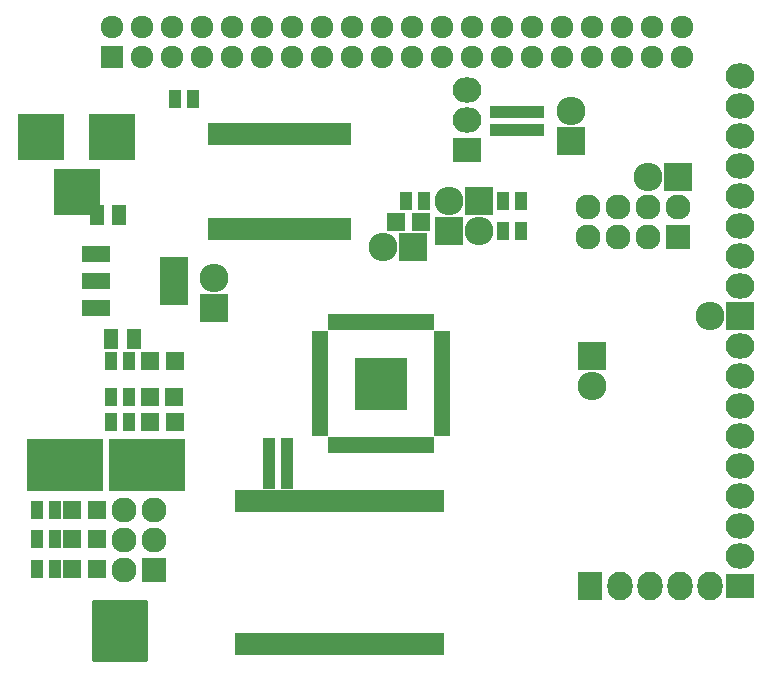
<source format=gts>
G04 #@! TF.FileFunction,Soldermask,Top*
%FSLAX46Y46*%
G04 Gerber Fmt 4.6, Leading zero omitted, Abs format (unit mm)*
G04 Created by KiCad (PCBNEW 0.201506030104+5696~23~ubuntu14.04.1-product) date Fri 05 Jun 2015 04:35:16 PM AEST*
%MOMM*%
G01*
G04 APERTURE LIST*
%ADD10C,0.100000*%
%ADD11R,1.924000X1.924000*%
%ADD12C,1.924000*%
%ADD13R,6.400000X4.400000*%
%ADD14R,0.819100X1.900000*%
%ADD15R,1.598880X1.598880*%
%ADD16R,2.432000X2.432000*%
%ADD17O,2.432000X2.432000*%
%ADD18R,2.432000X2.127200*%
%ADD19O,2.432000X2.127200*%
%ADD20R,2.127200X2.127200*%
%ADD21O,2.127200X2.127200*%
%ADD22R,0.699720X1.901140*%
%ADD23R,2.127200X2.432000*%
%ADD24O,2.127200X2.432000*%
%ADD25R,1.035000X1.543000*%
%ADD26R,1.289000X1.797000*%
%ADD27R,3.900120X3.900120*%
%ADD28R,2.432000X4.057600*%
%ADD29R,2.432000X1.416000*%
%ADD30R,1.543000X1.035000*%
%ADD31R,1.400000X0.598120*%
%ADD32R,1.400000X0.600660*%
%ADD33R,0.598120X1.400000*%
%ADD34R,0.600660X1.400000*%
%ADD35R,4.400000X4.400000*%
%ADD36C,0.254000*%
G04 APERTURE END LIST*
D10*
D11*
X25311100Y-22083600D03*
D12*
X27851100Y-22083600D03*
X30391100Y-22083600D03*
X32931100Y-22083600D03*
X35471100Y-22083600D03*
X38011100Y-22083600D03*
X25311100Y-19543600D03*
X27851100Y-19543600D03*
X30391100Y-19543600D03*
X32931100Y-19543600D03*
X35471100Y-19543600D03*
X38011100Y-19543600D03*
X40551100Y-22083600D03*
X40551100Y-19543600D03*
X43091100Y-22083600D03*
X45631100Y-22083600D03*
X48171100Y-22083600D03*
X50711100Y-22083600D03*
X53251100Y-22083600D03*
X55791100Y-22083600D03*
X43091100Y-19543600D03*
X45631100Y-19543600D03*
X48171100Y-19543600D03*
X50711100Y-19543600D03*
X53251100Y-19543600D03*
X55791100Y-19543600D03*
X58331100Y-22083600D03*
X58331100Y-19543600D03*
X60871100Y-22083600D03*
X63411100Y-22083600D03*
X65951100Y-22083600D03*
X68491100Y-22083600D03*
X71031100Y-22083600D03*
X73571100Y-22083600D03*
X60871100Y-19543600D03*
X63411100Y-19543600D03*
X65951100Y-19543600D03*
X68491100Y-19543600D03*
X71031100Y-19543600D03*
X73571100Y-19543600D03*
D13*
X28310000Y-56560000D03*
X21310000Y-56560000D03*
D14*
X36197680Y-71707500D03*
X36197680Y-59642500D03*
X36997780Y-71710040D03*
X36997780Y-59642500D03*
X37797880Y-71710040D03*
X37797880Y-59642500D03*
X38597980Y-71710040D03*
X38597980Y-59642500D03*
X39398080Y-71710040D03*
X39398080Y-59642500D03*
X40198180Y-71710040D03*
X40198180Y-59642500D03*
X40998280Y-71710040D03*
X40998280Y-59642500D03*
X41798380Y-71710040D03*
X41798380Y-59642500D03*
X42598480Y-71710040D03*
X42598480Y-59642500D03*
X43398580Y-71710040D03*
X43398580Y-59642500D03*
X44198680Y-71710040D03*
X44198680Y-59642500D03*
X44998780Y-71710040D03*
X44998780Y-59642500D03*
X45798880Y-71710040D03*
X45798880Y-59642500D03*
X46598980Y-71710040D03*
X46598980Y-59642500D03*
X47399080Y-71710040D03*
X47399080Y-59642500D03*
X48199180Y-71710040D03*
X48199180Y-59642500D03*
X48999280Y-71710040D03*
X48999280Y-59642500D03*
X49799380Y-71710040D03*
X49799380Y-59642500D03*
X50599480Y-71710040D03*
X50599480Y-59642500D03*
X51399580Y-71710040D03*
X51399580Y-59642500D03*
X52199680Y-71710040D03*
X52199680Y-59642500D03*
X52999780Y-71710040D03*
X52999780Y-59642500D03*
D15*
X24054020Y-65390000D03*
X21955980Y-65390000D03*
X24054020Y-62890000D03*
X21955980Y-62890000D03*
X24054020Y-60390000D03*
X21955980Y-60390000D03*
D16*
X65989200Y-47345600D03*
D17*
X65989200Y-49885600D03*
D18*
X55400000Y-29940000D03*
D19*
X55400000Y-27400000D03*
X55400000Y-24860000D03*
D16*
X64200000Y-29170000D03*
D17*
X64200000Y-26630000D03*
D15*
X30669020Y-52960000D03*
X28570980Y-52960000D03*
D20*
X28870000Y-65440000D03*
D21*
X26330000Y-65440000D03*
X28870000Y-62900000D03*
X26330000Y-62900000D03*
X28870000Y-60360000D03*
X26330000Y-60360000D03*
D22*
X38750700Y-28599500D03*
X38250320Y-28599500D03*
X37749940Y-28599500D03*
X37249560Y-28599500D03*
X36749180Y-28599500D03*
X36248800Y-28599500D03*
X35750960Y-28599500D03*
X35250580Y-28599500D03*
X34750200Y-28599500D03*
X34249820Y-28599500D03*
X33749440Y-28599500D03*
X45250560Y-28599500D03*
X44750180Y-28599500D03*
X44249800Y-28599500D03*
X43749420Y-28599500D03*
X43249040Y-28599500D03*
X42751200Y-28599500D03*
X42250820Y-28599500D03*
X41750440Y-36600500D03*
X41250060Y-28599500D03*
X40749680Y-28599500D03*
X40249300Y-28599500D03*
X39748920Y-28599500D03*
X39251080Y-28599500D03*
X39251080Y-36600500D03*
X39748920Y-36600500D03*
X40249300Y-36600500D03*
X40749680Y-36600500D03*
X41250060Y-36600500D03*
X41750440Y-28599500D03*
X42250820Y-36600500D03*
X42751200Y-36600500D03*
X43249040Y-36600500D03*
X43749420Y-36600500D03*
X44249800Y-36600500D03*
X44750180Y-36600500D03*
X45250560Y-36600500D03*
X33749440Y-36600500D03*
X34249820Y-36600500D03*
X34750200Y-36600500D03*
X35250580Y-36600500D03*
X35750960Y-36600500D03*
X36248800Y-36600500D03*
X36749180Y-36600500D03*
X37249560Y-36600500D03*
X37749940Y-36600500D03*
X38250320Y-36600500D03*
X38750700Y-36600500D03*
D18*
X78500000Y-43985000D03*
D19*
X78500000Y-41445000D03*
X78500000Y-38905000D03*
X78500000Y-36365000D03*
X78500000Y-33825000D03*
X78500000Y-31285000D03*
X78500000Y-28745000D03*
X78500000Y-26205000D03*
X78500000Y-23665000D03*
D18*
X78500000Y-66835000D03*
D19*
X78500000Y-64295000D03*
X78500000Y-61755000D03*
X78500000Y-59215000D03*
X78500000Y-56675000D03*
X78500000Y-54135000D03*
X78500000Y-51595000D03*
X78500000Y-49055000D03*
X78500000Y-46515000D03*
D23*
X65795000Y-66825000D03*
D24*
X68335000Y-66825000D03*
X70875000Y-66825000D03*
X73415000Y-66825000D03*
X75955000Y-66825000D03*
D16*
X78500000Y-43990000D03*
D17*
X75960000Y-43990000D03*
D25*
X30638000Y-25600000D03*
X32162000Y-25600000D03*
D26*
X25952500Y-35400000D03*
X24047500Y-35400000D03*
X27152500Y-45900000D03*
X25247500Y-45900000D03*
D16*
X53855000Y-36750000D03*
D17*
X56395000Y-36750000D03*
D16*
X56395000Y-34200000D03*
D17*
X53855000Y-34200000D03*
D16*
X73210000Y-32190000D03*
D17*
X70670000Y-32190000D03*
D15*
X51449020Y-36000000D03*
X49350980Y-36000000D03*
D16*
X50770000Y-38100000D03*
D17*
X48230000Y-38100000D03*
D27*
X25350140Y-28800000D03*
X19350660Y-28800000D03*
X22350400Y-33499000D03*
D20*
X73210000Y-37270000D03*
D21*
X73210000Y-34730000D03*
X70670000Y-37270000D03*
X70670000Y-34730000D03*
X68130000Y-37270000D03*
X68130000Y-34730000D03*
X65590000Y-37270000D03*
X65590000Y-34730000D03*
D16*
X34000000Y-43270000D03*
D17*
X34000000Y-40730000D03*
D15*
X30649020Y-47800000D03*
X28550980Y-47800000D03*
X30599020Y-50850000D03*
X28500980Y-50850000D03*
D28*
X30602000Y-41000000D03*
D29*
X23998000Y-41000000D03*
X23998000Y-43286000D03*
X23998000Y-38714000D03*
D30*
X59600000Y-28262000D03*
X59600000Y-26738000D03*
X58100000Y-28262000D03*
X58100000Y-26738000D03*
D25*
X18943000Y-65390000D03*
X20467000Y-65390000D03*
X18943000Y-62890000D03*
X20467000Y-62890000D03*
X18943000Y-60390000D03*
X20467000Y-60390000D03*
D30*
X61100000Y-28262000D03*
X61100000Y-26738000D03*
D25*
X58438000Y-36750000D03*
X59962000Y-36750000D03*
X59962000Y-34200000D03*
X58438000Y-34200000D03*
X40142000Y-56450000D03*
X38618000Y-56450000D03*
X40142000Y-55050000D03*
X38618000Y-55050000D03*
X50238000Y-34200000D03*
X51762000Y-34200000D03*
X40142000Y-57850000D03*
X38618000Y-57850000D03*
X26762000Y-47800000D03*
X25238000Y-47800000D03*
X26762000Y-50850000D03*
X25238000Y-50850000D03*
X26782000Y-52960000D03*
X25258000Y-52960000D03*
D31*
X42898080Y-45501380D03*
D32*
X42898080Y-45902700D03*
D31*
X42898080Y-46301480D03*
D32*
X42898080Y-46702800D03*
D31*
X42898080Y-47101580D03*
D32*
X42898080Y-47502900D03*
X42898080Y-47901680D03*
X42898080Y-48303000D03*
X42898080Y-48701780D03*
X42898080Y-49103100D03*
X42898080Y-49501880D03*
X42898080Y-49898120D03*
X42898080Y-50296900D03*
X42898080Y-50698220D03*
X42898080Y-51097000D03*
X42898080Y-51498320D03*
X42898080Y-51897100D03*
D31*
X42898080Y-52298420D03*
D32*
X42898080Y-52697200D03*
D31*
X42898080Y-53098520D03*
D32*
X42898080Y-53497300D03*
D31*
X42898080Y-53898620D03*
D33*
X43901380Y-54901920D03*
D34*
X44302700Y-54901920D03*
D33*
X44701480Y-54901920D03*
D34*
X45102800Y-54901920D03*
D33*
X45501580Y-54901920D03*
D34*
X45902900Y-54901920D03*
X46301680Y-54901920D03*
X46703000Y-54901920D03*
X47101780Y-54901920D03*
X47503100Y-54901920D03*
X47901880Y-54901920D03*
X48298120Y-54901920D03*
X48696900Y-54901920D03*
X49098220Y-54901920D03*
X49497000Y-54901920D03*
X49898320Y-54901920D03*
X50297100Y-54901920D03*
D33*
X50698420Y-54901920D03*
D34*
X51097200Y-54901920D03*
D33*
X51498520Y-54901920D03*
D34*
X51897300Y-54901920D03*
D33*
X52298620Y-54901920D03*
D31*
X53301920Y-53896080D03*
D32*
X53301920Y-53494760D03*
D31*
X53301920Y-53095980D03*
D32*
X53301920Y-52694660D03*
D31*
X53301920Y-52295880D03*
D32*
X53301920Y-51894560D03*
X53301920Y-51495780D03*
X53301920Y-51094460D03*
X53301920Y-50695680D03*
X53301920Y-50294360D03*
X53301920Y-49895580D03*
X53301920Y-49499340D03*
X53301920Y-49100560D03*
X53301920Y-48699240D03*
X53301920Y-48300460D03*
X53301920Y-47899140D03*
X53301920Y-47500360D03*
D31*
X53301920Y-47099040D03*
D32*
X53301920Y-46700260D03*
D31*
X53301920Y-46298940D03*
D32*
X53301920Y-45900160D03*
D31*
X53301920Y-45498840D03*
D33*
X52298620Y-44500620D03*
D34*
X51897300Y-44500620D03*
D33*
X51498520Y-44500620D03*
D34*
X51097200Y-44500620D03*
D33*
X50698420Y-44500620D03*
D34*
X50297100Y-44500620D03*
X49898320Y-44500620D03*
X49497000Y-44500620D03*
X49098220Y-44500620D03*
X48696900Y-44500620D03*
X48298120Y-44500620D03*
X47901880Y-44500620D03*
X47503100Y-44500620D03*
X47101780Y-44500620D03*
X46703000Y-44500620D03*
X46301680Y-44500620D03*
X45902900Y-44500620D03*
D33*
X45501580Y-44500620D03*
D34*
X45102800Y-44500620D03*
D33*
X44701480Y-44500620D03*
D34*
X44302700Y-44500620D03*
D33*
X43901380Y-44500620D03*
D35*
X48100000Y-49700000D03*
D36*
G36*
X28168600Y-73126600D02*
X23698200Y-73126600D01*
X23698200Y-68097400D01*
X28168600Y-68097400D01*
X28168600Y-73126600D01*
X28168600Y-73126600D01*
G37*
X28168600Y-73126600D02*
X23698200Y-73126600D01*
X23698200Y-68097400D01*
X28168600Y-68097400D01*
X28168600Y-73126600D01*
M02*

</source>
